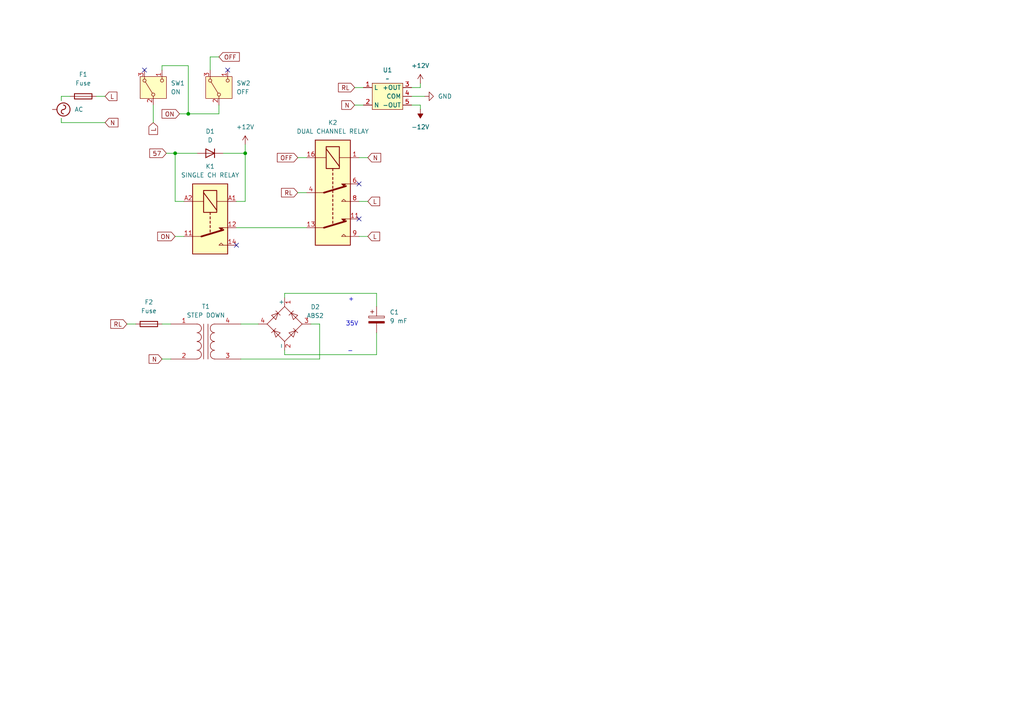
<source format=kicad_sch>
(kicad_sch (version 20231120) (generator "eeschema") (generator_version "8.0")
  (paper "A4")
  (lib_symbols
    (symbol "Device:C_Polarized" (pin_numbers hide) (pin_names (offset 0.254))
      (property "Reference" "C" (at 0.635 2.54 0))
      (property "Value" "C_Polarized" (at 0.635 -2.54 0))
      (symbol "C_Polarized_0_1"
        (rectangle (start -2.286 0.508) (end 2.286 1.016))
        (polyline (pts (xy -1.778 2.286) (xy -0.762 2.286)))
        (polyline (pts (xy -1.27 2.794) (xy -1.27 1.778)))
        (rectangle (start 2.286 -0.508) (end -2.286 -1.016) (fill (type outline)))
      )
      (symbol "C_Polarized_1_1"
        (pin passive line (at 0 3.81 270) (length 2.794) (name "~") (number "1"))
        (pin passive line (at 0 -3.81 90) (length 2.794) (name "~") (number "2"))
      )
    )
    (symbol "Device:D" (pin_numbers hide) (pin_names (offset 1.016) hide)
      (property "Reference" "D" (at 0 2.54 0))
      (property "Value" "D" (at 0 -2.54 0))
      (symbol "D_0_1"
        (polyline (pts (xy -1.27 1.27) (xy -1.27 -1.27)) (stroke (width 0.254)))
        (polyline (pts (xy 1.27 0) (xy -1.27 0)))
        (polyline (pts (xy 1.27 1.27) (xy 1.27 -1.27) (xy -1.27 0) (xy 1.27 1.27)) (stroke (width 0.254)))
      )
      (symbol "D_1_1"
        (pin passive line (at -3.81 0 0) (length 2.54) (name "K") (number "1"))
        (pin passive line (at 3.81 0 180) (length 2.54) (name "A") (number "2"))
      )
    )
    (symbol "Device:Fuse" (pin_numbers hide) (pin_names (offset 0))
      (property "Reference" "F" (at 2.032 0 90))
      (property "Value" "Fuse" (at -1.905 0 90))
      (symbol "Fuse_0_1"
        (rectangle (start -0.762 -2.54) (end 0.762 2.54) (stroke (width 0.254)))
        (polyline (pts (xy 0 2.54) (xy 0 -2.54)))
      )
      (symbol "Fuse_1_1"
        (pin passive line (at 0 3.81 270) (length 1.27) (name "~") (number "1"))
        (pin passive line (at 0 -3.81 90) (length 1.27) (name "~") (number "2"))
      )
    )
    (symbol "Device:Transformer_1P_1S" (pin_names (offset 1.016) hide)
      (property "Reference" "T" (at 0 6.35 0))
      (property "Value" "Transformer_1P_1S" (at 0 -7.62 0))
      (symbol "Transformer_1P_1S_0_1"
        (arc (start -2.54 -5.0546) (mid -1.6599 -4.6901) (end -1.27 -3.81))
        (arc (start -2.54 -2.5146) (mid -1.6599 -2.1501) (end -1.27 -1.27))
        (arc (start -2.54 0.0254) (mid -1.6599 0.3899) (end -1.27 1.27))
        (arc (start -2.54 2.5654) (mid -1.6599 2.9299) (end -1.27 3.81))
        (arc (start -1.27 -3.81) (mid -1.642 -2.912) (end -2.54 -2.54))
        (arc (start -1.27 -1.27) (mid -1.642 -0.372) (end -2.54 0))
        (arc (start -1.27 1.27) (mid -1.642 2.168) (end -2.54 2.54))
        (arc (start -1.27 3.81) (mid -1.642 4.708) (end -2.54 5.08))
        (polyline (pts (xy -0.635 5.08) (xy -0.635 -5.08)))
        (polyline (pts (xy 0.635 -5.08) (xy 0.635 5.08)))
        (arc (start 1.2954 -1.27) (mid 1.6599 -2.1501) (end 2.54 -2.5146))
        (arc (start 1.2954 1.27) (mid 1.6599 0.3899) (end 2.54 0.0254))
        (arc (start 1.2954 3.81) (mid 1.6599 2.9299) (end 2.54 2.5654))
        (arc (start 1.3208 -3.81) (mid 1.6853 -4.6901) (end 2.5654 -5.0546))
        (arc (start 2.54 0) (mid 1.642 -0.372) (end 1.2954 -1.27))
        (arc (start 2.54 2.54) (mid 1.642 2.168) (end 1.2954 1.27))
        (arc (start 2.54 5.08) (mid 1.642 4.708) (end 1.2954 3.81))
        (arc (start 2.5654 -2.54) (mid 1.6674 -2.912) (end 1.3208 -3.81))
      )
      (symbol "Transformer_1P_1S_1_1"
        (pin passive line (at -10.16 5.08 0) (length 7.62) (name "AA") (number "1"))
        (pin passive line (at -10.16 -5.08 0) (length 7.62) (name "AB") (number "2"))
        (pin passive line (at 10.16 -5.08 180) (length 7.62) (name "SA") (number "3"))
        (pin passive line (at 10.16 5.08 180) (length 7.62) (name "SB") (number "4"))
      )
    )
    (symbol "Diode_Bridge:ABS2" (pin_names (offset 0))
      (property "Reference" "D" (at 2.54 6.985 0))
      (property "Value" "ABS2" (at 2.54 5.08 0))
      (symbol "ABS2_0_1"
        (polyline (pts (xy -2.54 3.81) (xy -1.27 2.54)))
        (polyline (pts (xy -1.27 -2.54) (xy -2.54 -3.81)))
        (polyline (pts (xy 2.54 -1.27) (xy 3.81 -2.54)))
        (polyline (pts (xy 2.54 1.27) (xy 3.81 2.54)))
        (polyline (pts (xy -3.81 2.54) (xy -2.54 1.27) (xy -1.905 3.175) (xy -3.81 2.54)))
        (polyline (pts (xy -2.54 -1.27) (xy -3.81 -2.54) (xy -1.905 -3.175) (xy -2.54 -1.27)))
        (polyline (pts (xy 1.27 2.54) (xy 2.54 3.81) (xy 3.175 1.905) (xy 1.27 2.54)))
        (polyline (pts (xy 3.175 -1.905) (xy 1.27 -2.54) (xy 2.54 -3.81) (xy 3.175 -1.905)))
        (polyline (pts (xy -5.08 0) (xy 0 -5.08) (xy 5.08 0) (xy 0 5.08) (xy -5.08 0)))
      )
      (symbol "ABS2_1_1"
        (pin passive line (at 7.62 0 180) (length 2.54) (name "+") (number "1"))
        (pin passive line (at -7.62 0 0) (length 2.54) (name "-") (number "2"))
        (pin passive line (at 0 -7.62 90) (length 2.54) (name "~") (number "3"))
        (pin passive line (at 0 7.62 270) (length 2.54) (name "~") (number "4"))
      )
    )
    (symbol "Relay:Fujitsu_FTR-LYCA005x"
      (property "Reference" "K" (at 11.43 3.81 0))
      (property "Value" "Fujitsu_FTR-LYCA005x" (at 11.43 1.27 0))
      (symbol "Fujitsu_FTR-LYCA005x_0_0"
        (polyline (pts (xy 7.62 5.08) (xy 7.62 2.54) (xy 6.985 3.175) (xy 7.62 3.81)))
      )
      (symbol "Fujitsu_FTR-LYCA005x_0_1"
        (rectangle (start -10.16 5.08) (end 10.16 -5.08) (stroke (width 0.254)) (fill (type background)))
        (rectangle (start -8.255 1.905) (end -1.905 -1.905) (stroke (width 0.254)))
        (polyline (pts (xy -7.62 -1.905) (xy -2.54 1.905)) (stroke (width 0.254)))
        (polyline (pts (xy -5.08 -5.08) (xy -5.08 -1.905)))
        (polyline (pts (xy -5.08 5.08) (xy -5.08 1.905)))
        (polyline (pts (xy -1.905 0) (xy -1.27 0)) (stroke (width 0.254)))
        (polyline (pts (xy -0.635 0) (xy 0 0)) (stroke (width 0.254)))
        (polyline (pts (xy 0.635 0) (xy 1.27 0)) (stroke (width 0.254)))
        (polyline (pts (xy 1.905 0) (xy 2.54 0)) (stroke (width 0.254)))
        (polyline (pts (xy 3.175 0) (xy 3.81 0)) (stroke (width 0.254)))
        (polyline (pts (xy 5.08 -2.54) (xy 3.175 3.81)) (stroke (width 0.508)))
        (polyline (pts (xy 5.08 -2.54) (xy 5.08 -5.08)))
        (polyline (pts (xy 2.54 5.08) (xy 2.54 2.54) (xy 3.175 3.175) (xy 2.54 3.81)) (fill (type outline)))
      )
      (symbol "Fujitsu_FTR-LYCA005x_1_1"
        (pin passive line (at 5.08 -7.62 90) (length 2.54) (name "~") (number "11"))
        (pin passive line (at 2.54 7.62 270) (length 2.54) (name "~") (number "12"))
        (pin passive line (at 7.62 7.62 270) (length 2.54) (name "~") (number "14"))
        (pin passive line (at -5.08 7.62 270) (length 2.54) (name "~") (number "A1"))
        (pin passive line (at -5.08 -7.62 90) (length 2.54) (name "~") (number "A2"))
      )
    )
    (symbol "Relay:G5V-2"
      (property "Reference" "K" (at 16.51 3.81 0))
      (property "Value" "G5V-2" (at 16.51 1.27 0))
      (symbol "G5V-2_0_1"
        (rectangle (start -15.24 5.08) (end 15.24 -5.08) (stroke (width 0.254)) (fill (type background)))
        (rectangle (start -13.335 1.905) (end -6.985 -1.905) (stroke (width 0.254)))
        (polyline (pts (xy -12.7 -1.905) (xy -7.62 1.905)) (stroke (width 0.254)))
        (polyline (pts (xy -10.16 -5.08) (xy -10.16 -1.905)))
        (polyline (pts (xy -10.16 5.08) (xy -10.16 1.905)))
        (polyline (pts (xy -6.985 0) (xy -6.35 0)) (stroke (width 0.254)))
        (polyline (pts (xy -5.715 0) (xy -5.08 0)) (stroke (width 0.254)))
        (polyline (pts (xy -4.445 0) (xy -3.81 0)) (stroke (width 0.254)))
        (polyline (pts (xy -3.175 0) (xy -2.54 0)) (stroke (width 0.254)))
        (polyline (pts (xy -1.905 0) (xy -1.27 0)) (stroke (width 0.254)))
        (polyline (pts (xy -0.635 0) (xy 0 0)) (stroke (width 0.254)))
        (polyline (pts (xy 0 -2.54) (xy -1.905 3.81)) (stroke (width 0.508)))
        (polyline (pts (xy 0 -2.54) (xy 0 -5.08)))
        (polyline (pts (xy 0.635 0) (xy 1.27 0)) (stroke (width 0.254)))
        (polyline (pts (xy 1.905 0) (xy 2.54 0)) (stroke (width 0.254)))
        (polyline (pts (xy 3.175 0) (xy 3.81 0)) (stroke (width 0.254)))
        (polyline (pts (xy 4.445 0) (xy 5.08 0)) (stroke (width 0.254)))
        (polyline (pts (xy 5.715 0) (xy 6.35 0)) (stroke (width 0.254)))
        (polyline (pts (xy 6.985 0) (xy 7.62 0)) (stroke (width 0.254)))
        (polyline (pts (xy 8.255 0) (xy 8.89 0)) (stroke (width 0.254)))
        (polyline (pts (xy 10.16 -2.54) (xy 8.255 3.81)) (stroke (width 0.508)))
        (polyline (pts (xy 10.16 -2.54) (xy 10.16 -5.08)))
        (polyline (pts (xy -2.54 5.08) (xy -2.54 2.54) (xy -1.905 3.175) (xy -2.54 3.81)) (fill (type outline)))
        (polyline (pts (xy 2.54 5.08) (xy 2.54 2.54) (xy 1.905 3.175) (xy 2.54 3.81)))
        (polyline (pts (xy 7.62 5.08) (xy 7.62 2.54) (xy 8.255 3.175) (xy 7.62 3.81)) (fill (type outline)))
        (polyline (pts (xy 12.7 5.08) (xy 12.7 2.54) (xy 12.065 3.175) (xy 12.7 3.81)))
      )
      (symbol "G5V-2_1_1"
        (pin passive line (at -10.16 7.62 270) (length 2.54) (name "~") (number "1"))
        (pin passive line (at 7.62 7.62 270) (length 2.54) (name "~") (number "11"))
        (pin passive line (at 10.16 -7.62 90) (length 2.54) (name "~") (number "13"))
        (pin passive line (at -10.16 -7.62 90) (length 2.54) (name "~") (number "16"))
        (pin passive line (at 0 -7.62 90) (length 2.54) (name "~") (number "4"))
        (pin passive line (at -2.54 7.62 270) (length 2.54) (name "~") (number "6"))
        (pin passive line (at 2.54 7.62 270) (length 2.54) (name "~") (number "8"))
        (pin passive line (at 12.7 7.62 270) (length 2.54) (name "~") (number "9"))
      )
    )
    (symbol "Switch:SW_Nidec_CAS-120A1" (pin_names (offset 1) hide)
      (property "Reference" "SW" (at 0 4.318 0))
      (property "Value" "SW_Nidec_CAS-120A1" (at 0 -5.08 0))
      (symbol "SW_Nidec_CAS-120A1_0_1"
        (circle (center -2.032 0) (radius 0.4572))
        (polyline (pts (xy -1.651 0.254) (xy 1.651 2.286)))
        (circle (center 2.032 -2.54) (radius 0.4572))
        (circle (center 2.032 2.54) (radius 0.4572))
      )
      (symbol "SW_Nidec_CAS-120A1_1_1"
        (rectangle (start -3.175 3.81) (end 3.175 -3.81) (fill (type background)))
        (pin passive line (at 5.08 -2.54 180) (length 2.54) (name "C") (number "1"))
        (pin passive line (at -5.08 0 0) (length 2.54) (name "B") (number "2"))
        (pin passive line (at 5.08 2.54 180) (length 2.54) (name "A") (number "3"))
      )
    )
    (symbol "ecp:Regulator"
      (property "Reference" "U" (at 0 2.794 0))
      (symbol "Regulator_1_1"
        (rectangle (start -3.81 1.27) (end 5.08 -6.35) (fill (type background)))
        (pin input line (at -6.35 0 0) (length 2.54) (name "L") (number "1"))
        (pin input line (at -6.35 -5.08 0) (length 2.54) (name "N") (number "2"))
        (pin output line (at 7.62 0 180) (length 2.54) (name "+OUT") (number "3"))
        (pin output line (at 7.62 -2.54 180) (length 2.54) (name "COM") (number "4"))
        (pin output line (at 7.62 -5.08 180) (length 2.54) (name "-OUT") (number "5"))
      )
    )
    (symbol "power:+12V" (power) (pin_numbers hide) (pin_names (offset 0) hide)
      (property "Value" "+12V" (at 0 3.556 0))
      (symbol "+12V_0_1"
        (polyline (pts (xy -0.762 1.27) (xy 0 2.54)))
        (polyline (pts (xy 0 0) (xy 0 2.54)))
        (polyline (pts (xy 0 2.54) (xy 0.762 1.27)))
      )
      (symbol "+12V_1_1"
        (pin power_in line (at 0 0 90) (length 0) (name "~") (number "1"))
      )
    )
    (symbol "power:-12V" (power) (pin_numbers hide) (pin_names (offset 0) hide)
      (property "Value" "-12V" (at 0 3.556 0))
      (symbol "-12V_0_0"
        (pin power_in line (at 0 0 90) (length 0) (name "~") (number "1"))
      )
      (symbol "-12V_0_1"
        (polyline (pts (xy 0 0) (xy 0 1.27) (xy 0.762 1.27) (xy 0 2.54) (xy -0.762 1.27) (xy 0 1.27)) (fill (type outline)))
      )
    )
    (symbol "power:AC" (power) (pin_numbers hide) (pin_names (offset 0) hide)
      (property "Value" "AC" (at 0 6.35 0))
      (symbol "AC_0_1"
        (polyline (pts (xy 0 0) (xy 0 1.27)))
        (arc (start 0 3.175) (mid -0.635 3.8073) (end -1.27 3.175) (stroke (width 0.254)))
        (arc (start 0 3.175) (mid 0.635 2.5427) (end 1.27 3.175) (stroke (width 0.254)))
        (circle (center 0 3.175) (radius 1.905) (stroke (width 0.254)))
      )
      (symbol "AC_1_1"
        (pin power_in line (at 0 0 90) (length 0) (name "~") (number "1"))
      )
    )
    (symbol "power:GND" (power) (pin_numbers hide) (pin_names (offset 0) hide)
      (property "Value" "GND" (at 0 -3.81 0))
      (symbol "GND_0_1"
        (polyline (pts (xy 0 0) (xy 0 -1.27) (xy 1.27 -1.27) (xy 0 -2.54) (xy -1.27 -1.27) (xy 0 -1.27)))
      )
      (symbol "GND_1_1"
        (pin power_in line (at 0 0 270) (length 0) (name "~") (number "1"))
      )
    )
  )
  (junction (at 50.8 44.45))
  (junction (at 71.12 44.45))
  (junction (at 54.61 33.02))
  (no_connect (at 104.14 63.5))
  (no_connect (at 41.91 20.32))
  (no_connect (at 104.14 53.34))
  (no_connect (at 66.04 20.32))
  (no_connect (at 68.58 71.12))
  (wire (pts (xy 102.87 30.48) (xy 105.41 30.48)))
  (wire (pts (xy 27.94 27.94) (xy 30.48 27.94)))
  (wire (pts (xy 17.78 34.29) (xy 17.78 35.56)))
  (wire (pts (xy 20.32 27.94) (xy 17.78 27.94)))
  (wire (pts (xy 63.5 33.02) (xy 54.61 33.02)))
  (wire (pts (xy 63.5 16.51) (xy 60.96 16.51)))
  (wire (pts (xy 119.38 27.94) (xy 123.19 27.94)))
  (wire (pts (xy 109.22 102.87) (xy 109.22 96.52)))
  (wire (pts (xy 50.8 68.58) (xy 53.34 68.58)))
  (wire (pts (xy 69.85 104.14) (xy 92.71 104.14)))
  (wire (pts (xy 90.17 93.98) (xy 92.71 93.98)))
  (wire (pts (xy 109.22 88.9) (xy 109.22 85.09)))
  (wire (pts (xy 82.55 101.6) (xy 82.55 102.87)))
  (wire (pts (xy 60.96 16.51) (xy 60.96 20.32)))
  (wire (pts (xy 104.14 68.58) (xy 106.68 68.58)))
  (wire (pts (xy 121.92 31.75) (xy 121.92 30.48)))
  (wire (pts (xy 104.14 58.42) (xy 106.68 58.42)))
  (wire (pts (xy 63.5 30.48) (xy 63.5 33.02)))
  (wire (pts (xy 82.55 85.09) (xy 82.55 86.36)))
  (wire (pts (xy 121.92 24.13) (xy 121.92 25.4)))
  (wire (pts (xy 86.36 45.72) (xy 88.9 45.72)))
  (wire (pts (xy 46.99 104.14) (xy 49.53 104.14)))
  (wire (pts (xy 54.61 19.05) (xy 54.61 33.02)))
  (wire (pts (xy 86.36 55.88) (xy 88.9 55.88)))
  (wire (pts (xy 46.99 19.05) (xy 46.99 20.32)))
  (wire (pts (xy 30.48 35.56) (xy 17.78 35.56)))
  (wire (pts (xy 69.85 93.98) (xy 74.93 93.98)))
  (wire (pts (xy 50.8 58.42) (xy 53.34 58.42)))
  (wire (pts (xy 92.71 93.98) (xy 92.71 104.14)))
  (wire (pts (xy 121.92 30.48) (xy 119.38 30.48)))
  (wire (pts (xy 71.12 58.42) (xy 68.58 58.42)))
  (wire (pts (xy 64.77 44.45) (xy 71.12 44.45)))
  (wire (pts (xy 50.8 44.45) (xy 57.15 44.45)))
  (wire (pts (xy 44.45 30.48) (xy 44.45 35.56)))
  (wire (pts (xy 68.58 66.04) (xy 88.9 66.04)))
  (wire (pts (xy 54.61 33.02) (xy 52.07 33.02)))
  (wire (pts (xy 82.55 102.87) (xy 109.22 102.87)))
  (wire (pts (xy 71.12 44.45) (xy 71.12 58.42)))
  (wire (pts (xy 48.26 44.45) (xy 50.8 44.45)))
  (wire (pts (xy 54.61 19.05) (xy 46.99 19.05)))
  (wire (pts (xy 82.55 85.09) (xy 109.22 85.09)))
  (wire (pts (xy 71.12 41.91) (xy 71.12 44.45)))
  (wire (pts (xy 17.78 27.94) (xy 17.78 29.21)))
  (wire (pts (xy 121.92 25.4) (xy 119.38 25.4)))
  (wire (pts (xy 36.83 93.98) (xy 39.37 93.98)))
  (wire (pts (xy 46.99 93.98) (xy 49.53 93.98)))
  (wire (pts (xy 50.8 44.45) (xy 50.8 58.42)))
  (wire (pts (xy 102.87 25.4) (xy 105.41 25.4)))
  (wire (pts (xy 104.14 45.72) (xy 106.68 45.72)))
  (text "35V" (at 102.108 93.98 0) (effects (font (size 1.27 1.27))))
  (text "+" (at 101.854 86.868 0) (effects (font (size 1.27 1.27))))
  (text "-" (at 101.6 101.854 0) (effects (font (size 1.27 1.27))))
  (global_label "L" (shape input) (at 106.68 58.42 0) (property "Intersheetrefs" "${INTERSHEET_REFS}" (effects (hide yes))))
  (global_label "RL" (shape input) (at 102.87 25.4 180) (property "Intersheetrefs" "${INTERSHEET_REFS}" (effects (hide yes))))
  (global_label "N" (shape input) (at 102.87 30.48 180) (property "Intersheetrefs" "${INTERSHEET_REFS}" (effects (hide yes))))
  (global_label "OFF" (shape input) (at 86.36 45.72 180) (property "Intersheetrefs" "${INTERSHEET_REFS}" (effects (hide yes))))
  (global_label "OFF" (shape input) (at 63.5 16.51 0) (property "Intersheetrefs" "${INTERSHEET_REFS}" (effects (hide yes))))
  (global_label "RL" (shape input) (at 36.83 93.98 180) (property "Intersheetrefs" "${INTERSHEET_REFS}" (effects (hide yes))))
  (global_label "L" (shape input) (at 30.48 27.94 0) (property "Intersheetrefs" "${INTERSHEET_REFS}" (effects (hide yes))))
  (global_label "N" (shape input) (at 106.68 45.72 0) (property "Intersheetrefs" "${INTERSHEET_REFS}" (effects (hide yes))))
  (global_label "N" (shape input) (at 30.48 35.56 0) (property "Intersheetrefs" "${INTERSHEET_REFS}" (effects (hide yes))))
  (global_label "57" (shape input) (at 48.26 44.45 180) (property "Intersheetrefs" "${INTERSHEET_REFS}" (effects (hide yes))))
  (global_label "L" (shape input) (at 106.68 68.58 0) (property "Intersheetrefs" "${INTERSHEET_REFS}" (effects (hide yes))))
  (global_label "ON" (shape input) (at 52.07 33.02 180) (property "Intersheetrefs" "${INTERSHEET_REFS}" (effects (hide yes))))
  (global_label "ON" (shape input) (at 50.8 68.58 180) (property "Intersheetrefs" "${INTERSHEET_REFS}" (effects (hide yes))))
  (global_label "N" (shape input) (at 46.99 104.14 180) (property "Intersheetrefs" "${INTERSHEET_REFS}" (effects (hide yes))))
  (global_label "L" (shape input) (at 44.45 35.56 270) (property "Intersheetrefs" "${INTERSHEET_REFS}" (effects (hide yes))))
  (global_label "RL" (shape input) (at 86.36 55.88 180) (property "Intersheetrefs" "${INTERSHEET_REFS}" (effects (hide yes))))
  (symbol (lib_id "Switch:SW_Nidec_CAS-120A1") (at 44.45 25.4 90) (unit 1)
    (property "Reference" "SW1" (at 49.53 24.1299 90) (effects (justify right)))
    (property "Value" "ON" (at 49.53 26.6699 90) (effects (justify right)))
    (property "Footprint" "Button_Switch_SMD:Nidec_Copal_CAS-120A" (effects (hide yes)))
    (property "Datasheet" "https://www.nidec-components.com/e/catalog/switch/cas.pdf" (effects (hide yes)))
    (property "Description" "Switch, single pole double throw" (effects (hide yes)))
  )
  (symbol (lib_id "Relay:G5V-2") (at 96.52 55.88 270) (unit 1)
    (property "Reference" "K2" (at 96.52 35.56 90))
    (property "Value" "DUAL CHANNEL RELAY" (at 96.52 38.1 90))
    (property "Footprint" "Relay_THT:Relay_DPDT_Omron_G5V-2" (effects (hide yes)))
    (property "Datasheet" "http://omronfs.omron.com/en_US/ecb/products/pdf/en-g5v_2.pdf" (effects (hide yes)))
    (property "Description" "Relay Miniature Omron DPDT" (effects (hide yes)))
  )
  (symbol (lib_id "Switch:SW_Nidec_CAS-120A1") (at 63.5 25.4 90) (unit 1)
    (property "Reference" "SW2" (at 68.58 24.1299 90) (effects (justify right)))
    (property "Value" "OFF" (at 68.58 26.6699 90) (effects (justify right)))
    (property "Footprint" "Button_Switch_SMD:Nidec_Copal_CAS-120A" (effects (hide yes)))
    (property "Datasheet" "https://www.nidec-components.com/e/catalog/switch/cas.pdf" (effects (hide yes)))
    (property "Description" "Switch, single pole double throw" (effects (hide yes)))
  )
  (symbol (lib_id "power:GND") (at 123.19 27.94 90) (unit 1)
    (property "Reference" "#PWR04" (effects (hide yes)))
    (property "Value" "GND" (at 127 27.9399 90) (effects (justify right)))
    (property "Description" "Power symbol creates a global label with name \"GND\" , ground" (effects (hide yes)))
  )
  (symbol (lib_id "ecp:Regulator") (at 111.76 25.4 0) (unit 1)
    (property "Reference" "U1" (at 112.395 20.32 0))
    (property "Value" "~" (at 112.395 22.86 0))
  )
  (symbol (lib_id "Diode_Bridge:ABS2") (at 82.55 93.98 90) (unit 1)
    (property "Reference" "D2" (at 91.44 89.0268 90))
    (property "Value" "ABS2" (at 91.44 91.5668 90))
    (property "Footprint" "Diode_SMD:Diode_Bridge_Diotec_ABS" (effects (hide yes)))
    (property "Datasheet" "https://diotec.com/tl_files/diotec/files/pdf/datasheets/abs2.pdf" (effects (hide yes)))
    (property "Description" "Miniature Glass Passivated Single-Phase Surface Mount Bridge Rectifiers, 140V Vrms, 0.8A If, ABS SMD package" (effects (hide yes)))
  )
  (symbol (lib_id "Device:Fuse") (at 24.13 27.94 90) (unit 1)
    (property "Reference" "F1" (at 24.13 21.59 90))
    (property "Value" "Fuse" (at 24.13 24.13 90))
    (property "Description" "Fuse" (effects (hide yes)))
  )
  (symbol (lib_id "power:+12V") (at 71.12 41.91 0) (unit 1)
    (property "Reference" "#PWR01" (effects (hide yes)))
    (property "Value" "+12V" (at 71.12 36.83 0))
    (property "Description" "Power symbol creates a global label with name \"+12V\"" (effects (hide yes)))
  )
  (symbol (lib_id "Device:Transformer_1P_1S") (at 59.69 99.06 0) (unit 1)
    (property "Reference" "T1" (at 59.7027 88.9 0))
    (property "Value" "STEP DOWN" (at 59.7027 91.44 0))
    (property "Description" "Transformer, single primary, single secondary" (effects (hide yes)))
  )
  (symbol (lib_id "Device:Fuse") (at 43.18 93.98 270) (unit 1)
    (property "Reference" "F2" (at 43.18 87.63 90))
    (property "Value" "Fuse" (at 43.18 90.17 90))
    (property "Description" "Fuse" (effects (hide yes)))
  )
  (symbol (lib_id "power:AC") (at 15.24 31.75 270) (unit 1)
    (property "Reference" "#PWR05" (effects (hide yes)))
    (property "Value" "AC" (at 21.59 31.7499 90) (effects (justify left)))
    (property "Description" "Power symbol creates a global label with name \"AC\"" (effects (hide yes)))
  )
  (symbol (lib_id "power:-12V") (at 121.92 31.75 180) (unit 1)
    (property "Reference" "#PWR03" (effects (hide yes)))
    (property "Value" "-12V" (at 121.92 36.83 0))
    (property "Description" "Power symbol creates a global label with name \"-12V\"" (effects (hide yes)))
  )
  (symbol (lib_id "Relay:Fujitsu_FTR-LYCA005x") (at 60.96 63.5 270) (unit 1)
    (property "Reference" "K1" (at 60.96 48.26 90))
    (property "Value" "SINGLE CH RELAY" (at 60.96 50.8 90))
    (property "Footprint" "Relay_THT:Relay_SPDT_Fujitsu_FTR-LYCA005x_FormC_Vertical" (effects (hide yes)))
    (property "Datasheet" "https://www.fujitsu.com/sg/imagesgig5/ftr-ly.pdf" (effects (hide yes)))
    (property "Description" "Relay, SPDT Form C, vertical mount, 5-60V coil, 6A, 250VAC, 28 x 5 x 15mm" (effects (hide yes)))
  )
  (symbol (lib_id "Device:C_Polarized") (at 109.22 92.71 0) (unit 1)
    (property "Reference" "C1" (at 113.03 90.5509 0) (effects (justify left)))
    (property "Value" "9 mF" (at 113.03 93.0909 0) (effects (justify left)))
    (property "Description" "Polarized capacitor" (effects (hide yes)))
  )
  (symbol (lib_id "Device:D") (at 60.96 44.45 180) (unit 1)
    (property "Reference" "D1" (at 60.96 38.1 0))
    (property "Value" "D" (at 60.96 40.64 0))
    (property "Description" "Diode" (effects (hide yes)))
    (property "Sim.Device" "D" (effects (hide yes)))
    (property "Sim.Pins" "1=K 2=A" (effects (hide yes)))
  )
  (symbol (lib_id "power:+12V") (at 121.92 24.13 0) (unit 1)
    (property "Reference" "#PWR02" (effects (hide yes)))
    (property "Value" "+12V" (at 121.92 19.05 0))
    (property "Description" "Power symbol creates a global label with name \"+12V\"" (effects (hide yes)))
  )
)
</source>
